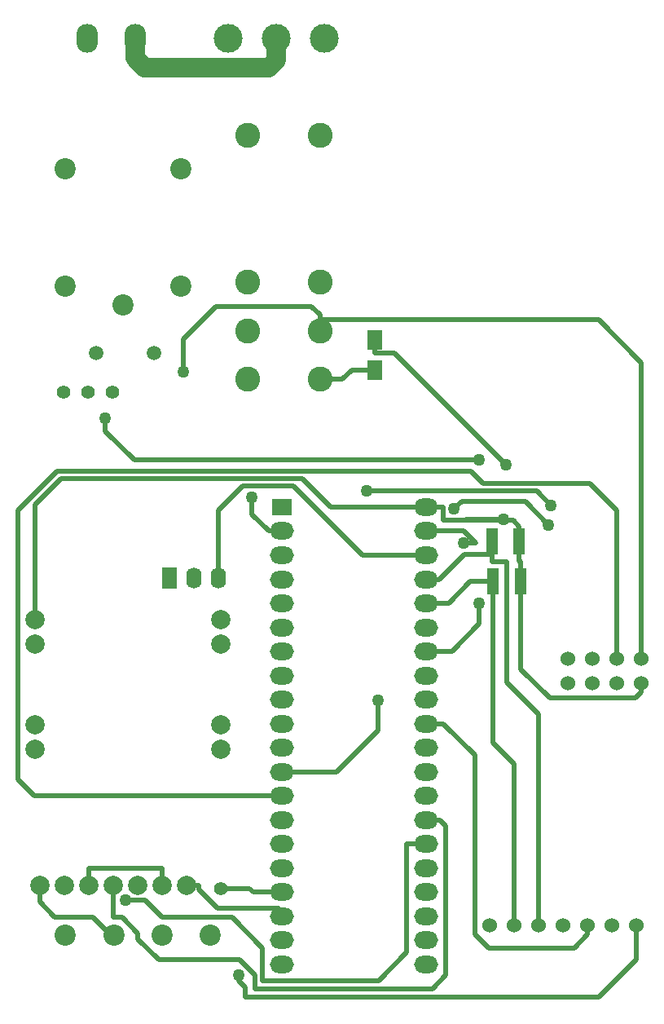
<source format=gbl>
G04 Layer_Physical_Order=2*
G04 Layer_Color=11436288*
%FSLAX44Y44*%
%MOMM*%
G71*
G01*
G75*
%ADD21C,0.5000*%
%ADD23C,2.0000*%
%ADD24O,1.6000X2.2000*%
%ADD25R,1.6000X2.2000*%
%ADD26C,1.5000*%
%ADD27O,2.2500X3.0000*%
%ADD28C,3.0000*%
%ADD29C,2.2000*%
%ADD30C,1.4000*%
%ADD31C,1.5240*%
%ADD32C,1.3970*%
%ADD33R,2.0000X1.8000*%
%ADD34O,2.5000X1.8000*%
%ADD35C,2.0000*%
%ADD36C,2.6000*%
%ADD37C,1.2700*%
%ADD38R,1.2500X2.7000*%
%ADD39R,1.5500X2.0000*%
D21*
X713486Y763778D02*
X721435Y771727D01*
X787400D01*
X811807Y747320D01*
X799324Y782320D02*
X814324Y767320D01*
X622808Y782320D02*
X799324D01*
X574040Y898290D02*
X597408D01*
X607392Y908274D01*
X630810D01*
X503174Y758336D02*
Y775970D01*
Y758336D02*
X520700Y740810D01*
X534670D01*
X684670Y615810D02*
X711200D01*
X739648Y644258D01*
Y665480D01*
X381000Y814578D02*
X739394D01*
X350774Y844804D02*
X381000Y814578D01*
X350774Y844804D02*
Y858266D01*
X278150Y649060D02*
Y768463D01*
X304800Y795114D01*
X556114D01*
X585418Y765810D01*
X684670D01*
X531114Y340810D02*
X534670D01*
X467614Y349250D02*
X531114D01*
X448564Y368300D02*
X467614Y349250D01*
X448564Y368300D02*
Y372980D01*
X435310D02*
X448564D01*
X651306Y925830D02*
X767588Y809548D01*
X630810Y925830D02*
X651306D01*
X630810D02*
Y939274D01*
X781330Y730250D02*
Y745758D01*
X774700Y752388D02*
X781330Y745758D01*
X702096Y752388D02*
Y765810D01*
X782600Y688340D02*
Y708660D01*
X781330Y709930D02*
X782600Y708660D01*
X781330Y709930D02*
Y730250D01*
X782600Y597636D02*
Y688340D01*
Y597636D02*
X812800Y567436D01*
X901700D01*
X908050Y573786D01*
Y582930D01*
X725599Y753110D02*
X764660D01*
X724876Y752388D02*
X725599Y753110D01*
X702096Y752388D02*
X724876D01*
X684670Y765810D02*
X702096D01*
X372364Y357632D02*
X392350D01*
X410130Y339852D01*
X482600D01*
X514604Y307848D01*
Y274066D02*
Y307848D01*
Y274066D02*
X635000D01*
X664464Y303530D01*
Y415810D01*
X684670D01*
Y440810D02*
X698500D01*
X704850Y434460D01*
Y279400D02*
Y434460D01*
X690880Y265430D02*
X704850Y279400D01*
X506984Y265430D02*
X690880D01*
X506984D02*
Y279400D01*
X490728Y295656D02*
X506984Y279400D01*
X406400Y295656D02*
X490728D01*
X384810Y317246D02*
X406400Y295656D01*
X384810Y317246D02*
Y323300D01*
X368300Y339810D02*
X384810Y323300D01*
X359110Y339810D02*
X368300D01*
X359110D02*
Y372980D01*
X471170Y369570D02*
X500888D01*
X504648Y365810D01*
X534670D01*
X282910Y355600D02*
Y372980D01*
Y355600D02*
X298658Y339852D01*
X338548D01*
X353433Y324966D01*
X359810Y321310D02*
Y324966D01*
X684670Y690810D02*
X697990D01*
X723900Y716719D01*
X752830D02*
Y730250D01*
Y709422D02*
X768604D01*
Y583438D02*
Y709422D01*
Y583438D02*
X801370Y550672D01*
Y331470D02*
Y550672D01*
X684670Y665810D02*
X707898D01*
X730428Y688340D01*
X754100D01*
X775970Y331470D02*
Y498856D01*
X754100Y520726D02*
X775970Y498856D01*
X754100Y520726D02*
Y688340D01*
X333710Y372980D02*
Y390652D01*
X409910D01*
Y372980D02*
Y390652D01*
X684670Y740810D02*
X723646D01*
X736346Y728110D01*
X723646D02*
X736346D01*
X863600Y960374D02*
X908050Y915924D01*
Y608330D02*
Y915924D01*
X432054Y906018D02*
Y939800D01*
X466090Y973836D01*
X565404D01*
X574040Y965200D01*
X684670Y540810D02*
X702520D01*
X735330Y508000D01*
Y321818D02*
Y508000D01*
Y321818D02*
X749300Y307848D01*
X838200D01*
X852170Y321818D01*
Y331470D01*
X902970Y296164D02*
Y331470D01*
X863600Y256794D02*
X902970Y296164D01*
X496824Y256794D02*
X863600D01*
X496824D02*
Y266700D01*
X489712Y273812D02*
X496824Y266700D01*
X489712Y273812D02*
Y279400D01*
X882650Y608330D02*
Y762000D01*
X854549Y790100D02*
X882650Y762000D01*
X743597Y790100D02*
X854549D01*
X731044Y802654D02*
X743597Y790100D01*
X301258Y802654D02*
X731044D01*
X260604Y762000D02*
X301258Y802654D01*
X260604Y482600D02*
Y762000D01*
Y482600D02*
X277394Y465810D01*
X534670D01*
Y490810D02*
X591648D01*
X634238Y533400D01*
Y565404D01*
X618302Y715810D02*
X684670D01*
X546538Y787573D02*
X618302Y715810D01*
X494203Y787573D02*
X546538D01*
X468630Y762000D02*
X494203Y787573D01*
X468630Y692150D02*
Y762000D01*
X531114Y340810D02*
Y349250D01*
X724876Y752388D02*
X774700D01*
X353433Y324966D02*
X359810D01*
X723900Y716719D02*
X752830D01*
Y709422D02*
Y716719D01*
X574040Y948690D02*
Y960374D01*
Y965200D01*
Y960374D02*
X863600D01*
D23*
X528320Y1229614D02*
Y1252220D01*
X520700Y1221994D02*
X528320Y1229614D01*
X391776Y1221994D02*
X520700D01*
X381870Y1231900D02*
X391776Y1221994D01*
X381870Y1231900D02*
Y1252220D01*
D24*
X468630Y692150D02*
D03*
X443230D02*
D03*
D25*
X417830D02*
D03*
D26*
X341630Y925830D02*
D03*
X401630D02*
D03*
D27*
X381870Y1252220D02*
D03*
X331870D02*
D03*
D28*
X578320D02*
D03*
X528320D02*
D03*
X478320D02*
D03*
D29*
X369570Y975360D02*
D03*
X309570Y995360D02*
D03*
Y1117360D02*
D03*
X429570D02*
D03*
Y995360D02*
D03*
X309810Y321310D02*
D03*
X359810D02*
D03*
X409810D02*
D03*
X459810D02*
D03*
D30*
X358140Y885190D02*
D03*
X307340D02*
D03*
X332740D02*
D03*
D31*
X831850Y608330D02*
D03*
Y582930D02*
D03*
X857250Y608330D02*
D03*
Y582930D02*
D03*
X882650Y608330D02*
D03*
Y582930D02*
D03*
X908050Y608330D02*
D03*
Y582930D02*
D03*
X750570Y331470D02*
D03*
X775970D02*
D03*
X801370D02*
D03*
X826770D02*
D03*
X852170D02*
D03*
X877570D02*
D03*
X902970D02*
D03*
D32*
X471170Y369570D02*
D03*
D33*
X534670Y765810D02*
D03*
D34*
Y740810D02*
D03*
Y715810D02*
D03*
Y690810D02*
D03*
Y665810D02*
D03*
Y640810D02*
D03*
Y615810D02*
D03*
Y590810D02*
D03*
Y565810D02*
D03*
Y540810D02*
D03*
Y515810D02*
D03*
Y490810D02*
D03*
Y465810D02*
D03*
Y440810D02*
D03*
Y415810D02*
D03*
Y390810D02*
D03*
Y365810D02*
D03*
Y340810D02*
D03*
Y315810D02*
D03*
Y290810D02*
D03*
X684670Y765810D02*
D03*
Y740810D02*
D03*
Y715810D02*
D03*
Y690810D02*
D03*
Y665810D02*
D03*
Y640810D02*
D03*
Y615810D02*
D03*
Y590810D02*
D03*
Y565810D02*
D03*
Y540810D02*
D03*
Y515810D02*
D03*
Y490810D02*
D03*
Y465810D02*
D03*
Y440810D02*
D03*
Y415810D02*
D03*
Y390810D02*
D03*
Y365810D02*
D03*
Y340810D02*
D03*
Y315810D02*
D03*
Y290810D02*
D03*
D35*
X471150Y649060D02*
D03*
Y623660D02*
D03*
X278150D02*
D03*
Y649060D02*
D03*
Y514260D02*
D03*
Y539660D02*
D03*
X471150D02*
D03*
Y514260D02*
D03*
X435310Y372980D02*
D03*
X384510D02*
D03*
X359110D02*
D03*
X409910D02*
D03*
X333710D02*
D03*
X308310D02*
D03*
X282910D02*
D03*
D36*
X499040Y898290D02*
D03*
X574040D02*
D03*
X499040Y999090D02*
D03*
X574040D02*
D03*
X499040Y948690D02*
D03*
X574040D02*
D03*
X499040Y1151690D02*
D03*
X574040D02*
D03*
D37*
X713486Y763778D02*
D03*
X811807Y747320D02*
D03*
X814324Y767320D02*
D03*
X622808Y782320D02*
D03*
X503174Y775970D02*
D03*
X739648Y665480D02*
D03*
X739394Y814578D02*
D03*
X350774Y858266D02*
D03*
X767588Y809548D02*
D03*
X764660Y753110D02*
D03*
X372364Y357632D02*
D03*
X723646Y728110D02*
D03*
X432054Y906018D02*
D03*
X489712Y279400D02*
D03*
X634238Y565404D02*
D03*
D38*
X781330Y730250D02*
D03*
X752830D02*
D03*
X782600Y688340D02*
D03*
X754100D02*
D03*
D39*
X630810Y939274D02*
D03*
Y908274D02*
D03*
M02*

</source>
